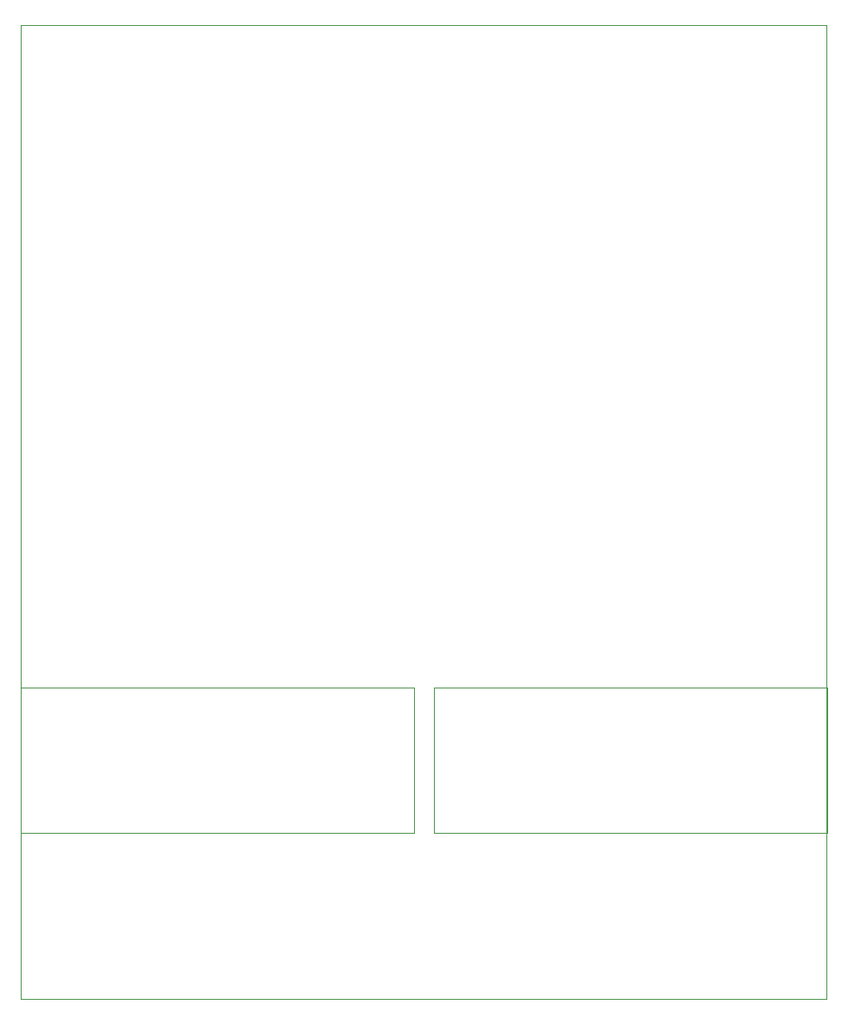
<source format=gbr>
%TF.GenerationSoftware,KiCad,Pcbnew,(6.0.7)*%
%TF.CreationDate,2024-06-12T17:23:34-04:00*%
%TF.ProjectId,DCR BPF V1 (Panel),44435220-4250-4462-9056-31202850616e,rev?*%
%TF.SameCoordinates,Original*%
%TF.FileFunction,Profile,NP*%
%FSLAX46Y46*%
G04 Gerber Fmt 4.6, Leading zero omitted, Abs format (unit mm)*
G04 Created by KiCad (PCBNEW (6.0.7)) date 2024-06-12 17:23:34*
%MOMM*%
%LPD*%
G01*
G04 APERTURE LIST*
%TA.AperFunction,Profile*%
%ADD10C,0.100000*%
%TD*%
G04 APERTURE END LIST*
D10*
X41846500Y-54165500D02*
X120777000Y-54165500D01*
X120777000Y-54165500D02*
X120777000Y-149542500D01*
X120777000Y-149542500D02*
X41846500Y-149542500D01*
X41846500Y-149542500D02*
X41846500Y-54165500D01*
X41837000Y-119061500D02*
X80337000Y-119061500D01*
X80337000Y-119061500D02*
X80337000Y-133285500D01*
X80337000Y-133285500D02*
X41837000Y-133285500D01*
X41837000Y-133285500D02*
X41837000Y-119061500D01*
X82337000Y-119061500D02*
X120837000Y-119061500D01*
X120837000Y-119061500D02*
X120837000Y-133285500D01*
X120837000Y-133285500D02*
X82337000Y-133285500D01*
X82337000Y-133285500D02*
X82337000Y-119061500D01*
M02*

</source>
